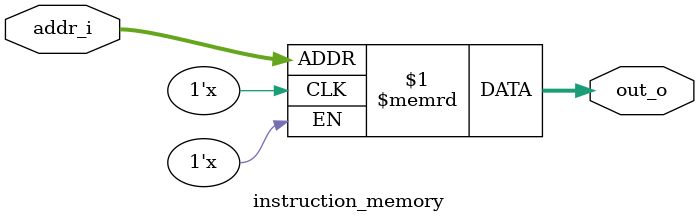
<source format=sv>
`timescale 1ns/1ps


// -----------------------------------------------------------------------------
// Module: instruction_memory
// Description: 256x15-bit ROM used for instruction fetch.
// -----------------------------------------------------------------------------
module instruction_memory (
  input  logic  [7:0]  addr_i,  // Address input
  output logic [14:0]  out_o    // Instruction output
);

  logic [14:0] mem [0:255];

  assign out_o = mem[addr_i];

endmodule : instruction_memory

</source>
